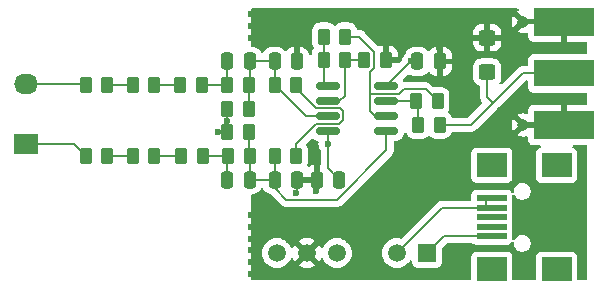
<source format=gbr>
%TF.GenerationSoftware,KiCad,Pcbnew,8.0.6*%
%TF.CreationDate,2025-02-18T13:58:57+01:00*%
%TF.ProjectId,DifferentialProbe,44696666-6572-4656-9e74-69616c50726f,rev?*%
%TF.SameCoordinates,Original*%
%TF.FileFunction,Copper,L1,Top*%
%TF.FilePolarity,Positive*%
%FSLAX46Y46*%
G04 Gerber Fmt 4.6, Leading zero omitted, Abs format (unit mm)*
G04 Created by KiCad (PCBNEW 8.0.6) date 2025-02-18 13:58:57*
%MOMM*%
%LPD*%
G01*
G04 APERTURE LIST*
G04 Aperture macros list*
%AMRoundRect*
0 Rectangle with rounded corners*
0 $1 Rounding radius*
0 $2 $3 $4 $5 $6 $7 $8 $9 X,Y pos of 4 corners*
0 Add a 4 corners polygon primitive as box body*
4,1,4,$2,$3,$4,$5,$6,$7,$8,$9,$2,$3,0*
0 Add four circle primitives for the rounded corners*
1,1,$1+$1,$2,$3*
1,1,$1+$1,$4,$5*
1,1,$1+$1,$6,$7*
1,1,$1+$1,$8,$9*
0 Add four rect primitives between the rounded corners*
20,1,$1+$1,$2,$3,$4,$5,0*
20,1,$1+$1,$4,$5,$6,$7,0*
20,1,$1+$1,$6,$7,$8,$9,0*
20,1,$1+$1,$8,$9,$2,$3,0*%
G04 Aperture macros list end*
%TA.AperFunction,SMDPad,CuDef*%
%ADD10RoundRect,0.250000X-0.262500X-0.450000X0.262500X-0.450000X0.262500X0.450000X-0.262500X0.450000X0*%
%TD*%
%TA.AperFunction,SMDPad,CuDef*%
%ADD11R,5.080000X2.290000*%
%TD*%
%TA.AperFunction,SMDPad,CuDef*%
%ADD12R,5.080000X2.420000*%
%TD*%
%TA.AperFunction,SMDPad,CuDef*%
%ADD13R,0.950000X0.460000*%
%TD*%
%TA.AperFunction,ComponentPad*%
%ADD14C,0.970000*%
%TD*%
%TA.AperFunction,SMDPad,CuDef*%
%ADD15R,2.500000X0.500000*%
%TD*%
%TA.AperFunction,SMDPad,CuDef*%
%ADD16R,2.500000X2.000000*%
%TD*%
%TA.AperFunction,SMDPad,CuDef*%
%ADD17RoundRect,0.250000X0.262500X0.450000X-0.262500X0.450000X-0.262500X-0.450000X0.262500X-0.450000X0*%
%TD*%
%TA.AperFunction,SMDPad,CuDef*%
%ADD18RoundRect,0.150000X-0.825000X-0.150000X0.825000X-0.150000X0.825000X0.150000X-0.825000X0.150000X0*%
%TD*%
%TA.AperFunction,SMDPad,CuDef*%
%ADD19RoundRect,0.250000X-0.250000X-0.475000X0.250000X-0.475000X0.250000X0.475000X-0.250000X0.475000X0*%
%TD*%
%TA.AperFunction,SMDPad,CuDef*%
%ADD20RoundRect,0.250000X0.450000X-0.400000X0.450000X0.400000X-0.450000X0.400000X-0.450000X-0.400000X0*%
%TD*%
%TA.AperFunction,ComponentPad*%
%ADD21R,2.030000X1.730000*%
%TD*%
%TA.AperFunction,ComponentPad*%
%ADD22O,2.030000X1.730000*%
%TD*%
%TA.AperFunction,SMDPad,CuDef*%
%ADD23RoundRect,0.250000X0.250000X0.475000X-0.250000X0.475000X-0.250000X-0.475000X0.250000X-0.475000X0*%
%TD*%
%TA.AperFunction,ComponentPad*%
%ADD24R,1.500000X1.500000*%
%TD*%
%TA.AperFunction,ComponentPad*%
%ADD25C,1.500000*%
%TD*%
%TA.AperFunction,ViaPad*%
%ADD26C,0.600000*%
%TD*%
%TA.AperFunction,Conductor*%
%ADD27C,0.200000*%
%TD*%
G04 APERTURE END LIST*
D10*
%TO.P,R13,1*%
%TO.N,Net-(U1A--)*%
X123600000Y-85865000D03*
%TO.P,R13,2*%
%TO.N,GND*%
X125425000Y-85865000D03*
%TD*%
D11*
%TO.P,J1,1,In*%
%TO.N,Net-(D1-A1)*%
X140500000Y-87000000D03*
D12*
%TO.P,J1,2,Ext*%
%TO.N,GND*%
X140500000Y-91380000D03*
X140500000Y-82620000D03*
D13*
X137510000Y-91380000D03*
X137510000Y-82620000D03*
D14*
X137060000Y-91380000D03*
X137060000Y-82620000D03*
%TD*%
D15*
%TO.P,J3,1,VBUS*%
%TO.N,Net-(J3-VBUS)*%
X134375000Y-100800000D03*
%TO.P,J3,2,D-*%
%TO.N,D_N*%
X134375000Y-100000000D03*
%TO.P,J3,3,D+*%
%TO.N,D_P*%
X134375000Y-99200000D03*
%TO.P,J3,4,GND*%
%TO.N,GNDD*%
X134375000Y-98400000D03*
%TO.P,J3,5,Shield*%
X134375000Y-97600000D03*
D16*
%TO.P,J3,6*%
%TO.N,N/C*%
X134375000Y-103600000D03*
X139875000Y-103600000D03*
X134375000Y-94800000D03*
X139875000Y-94800000D03*
%TD*%
D17*
%TO.P,R17,1*%
%TO.N,Net-(D1-A1)*%
X129975000Y-91365000D03*
%TO.P,R17,2*%
%TO.N,Net-(R15-Pad1)*%
X128150000Y-91365000D03*
%TD*%
D18*
%TO.P,U1,1*%
%TO.N,Net-(R14-Pad1)*%
X120525000Y-88095000D03*
%TO.P,U1,2,-*%
%TO.N,Net-(U1A--)*%
X120525000Y-89365000D03*
%TO.P,U1,3,+*%
%TO.N,Net-(U1A-+)*%
X120525000Y-90635000D03*
%TO.P,U1,4,V-*%
%TO.N,Net-(U1C-V-)*%
X120525000Y-91905000D03*
%TO.P,U1,5,+*%
%TO.N,Net-(U1B-+)*%
X125475000Y-91905000D03*
%TO.P,U1,6,-*%
%TO.N,Net-(U1B--)*%
X125475000Y-90635000D03*
%TO.P,U1,7*%
%TO.N,Net-(R15-Pad1)*%
X125475000Y-89365000D03*
%TO.P,U1,8,V+*%
%TO.N,Net-(U1C-V+)*%
X125475000Y-88095000D03*
%TD*%
D10*
%TO.P,R6,1*%
%TO.N,Net-(J2-Pin_1)*%
X100000000Y-94000000D03*
%TO.P,R6,2*%
%TO.N,Net-(R6-Pad2)*%
X101825000Y-94000000D03*
%TD*%
%TO.P,R4,1*%
%TO.N,Net-(C2-Pad1)*%
X112000000Y-88000000D03*
%TO.P,R4,2*%
%TO.N,Net-(U1A-+)*%
X113825000Y-88000000D03*
%TD*%
%TO.P,R10,1*%
%TO.N,GND*%
X112000000Y-92000000D03*
%TO.P,R10,2*%
%TO.N,Net-(U1B-+)*%
X113825000Y-92000000D03*
%TD*%
%TO.P,R8,1*%
%TO.N,Net-(R7-Pad2)*%
X108087500Y-94000000D03*
%TO.P,R8,2*%
%TO.N,Net-(C1-Pad1)*%
X109912500Y-94000000D03*
%TD*%
D19*
%TO.P,C4,1*%
%TO.N,Net-(U1B-+)*%
X116000000Y-96000000D03*
%TO.P,C4,2*%
%TO.N,GND*%
X117900000Y-96000000D03*
%TD*%
D10*
%TO.P,R5,1*%
%TO.N,GND*%
X112000000Y-90000000D03*
%TO.P,R5,2*%
%TO.N,Net-(U1A-+)*%
X113825000Y-90000000D03*
%TD*%
%TO.P,R15,1*%
%TO.N,Net-(R15-Pad1)*%
X127975000Y-89365000D03*
%TO.P,R15,2*%
%TO.N,Net-(U1B--)*%
X129800000Y-89365000D03*
%TD*%
%TO.P,R7,1*%
%TO.N,Net-(R6-Pad2)*%
X104000000Y-94000000D03*
%TO.P,R7,2*%
%TO.N,Net-(R7-Pad2)*%
X105825000Y-94000000D03*
%TD*%
D20*
%TO.P,D1,1,A1*%
%TO.N,Net-(D1-A1)*%
X134000000Y-86900000D03*
%TO.P,D1,2,A2*%
%TO.N,GND*%
X134000000Y-84000000D03*
%TD*%
D17*
%TO.P,R11,1*%
%TO.N,Net-(R11-Pad1)*%
X117825000Y-88000000D03*
%TO.P,R11,2*%
%TO.N,Net-(U1A-+)*%
X116000000Y-88000000D03*
%TD*%
D10*
%TO.P,R14,1*%
%TO.N,Net-(R14-Pad1)*%
X120150000Y-85865000D03*
%TO.P,R14,2*%
%TO.N,Net-(U1A--)*%
X121975000Y-85865000D03*
%TD*%
D19*
%TO.P,C1,1*%
%TO.N,Net-(C1-Pad1)*%
X112000000Y-96000000D03*
%TO.P,C1,2*%
%TO.N,Net-(U1B-+)*%
X113900000Y-96000000D03*
%TD*%
%TO.P,C10,1*%
%TO.N,GND*%
X119600000Y-96000000D03*
%TO.P,C10,2*%
%TO.N,Net-(U1C-V-)*%
X121500000Y-96000000D03*
%TD*%
%TO.P,C9,1*%
%TO.N,Net-(U1C-V+)*%
X128100000Y-86000000D03*
%TO.P,C9,2*%
%TO.N,GND*%
X130000000Y-86000000D03*
%TD*%
D10*
%TO.P,R2,1*%
%TO.N,Net-(R1-Pad2)*%
X104000000Y-87975000D03*
%TO.P,R2,2*%
%TO.N,Net-(R2-Pad2)*%
X105825000Y-87975000D03*
%TD*%
D19*
%TO.P,C2,1*%
%TO.N,Net-(C2-Pad1)*%
X112000000Y-86000000D03*
%TO.P,C2,2*%
%TO.N,Net-(U1A-+)*%
X113900000Y-86000000D03*
%TD*%
D10*
%TO.P,R12,1*%
%TO.N,Net-(U1B-+)*%
X116000000Y-94000000D03*
%TO.P,R12,2*%
%TO.N,Net-(R11-Pad1)*%
X117825000Y-94000000D03*
%TD*%
%TO.P,R3,1*%
%TO.N,Net-(R2-Pad2)*%
X108000000Y-88000000D03*
%TO.P,R3,2*%
%TO.N,Net-(C2-Pad1)*%
X109825000Y-88000000D03*
%TD*%
D21*
%TO.P,J2,1,Pin_1*%
%TO.N,Net-(J2-Pin_1)*%
X95000000Y-93000000D03*
D22*
%TO.P,J2,3,Pin_3*%
%TO.N,Net-(J2-Pin_3)*%
X95000000Y-87920000D03*
%TD*%
D10*
%TO.P,R9,1*%
%TO.N,Net-(C1-Pad1)*%
X112087500Y-94000000D03*
%TO.P,R9,2*%
%TO.N,Net-(U1B-+)*%
X113912500Y-94000000D03*
%TD*%
%TO.P,R16,1*%
%TO.N,Net-(R14-Pad1)*%
X120175000Y-83900000D03*
%TO.P,R16,2*%
%TO.N,Net-(U1B--)*%
X122000000Y-83900000D03*
%TD*%
D23*
%TO.P,C3,1*%
%TO.N,GND*%
X117900000Y-86000000D03*
%TO.P,C3,2*%
%TO.N,Net-(U1A-+)*%
X116000000Y-86000000D03*
%TD*%
D10*
%TO.P,R1,1*%
%TO.N,Net-(J2-Pin_3)*%
X100000000Y-88000000D03*
%TO.P,R1,2*%
%TO.N,Net-(R1-Pad2)*%
X101825000Y-88000000D03*
%TD*%
D24*
%TO.P,U2,1,+Vin*%
%TO.N,Net-(J3-VBUS)*%
X128907500Y-102215000D03*
D25*
%TO.P,U2,2,-Vin*%
%TO.N,GNDD*%
X126367500Y-102215000D03*
%TO.P,U2,4,-Vout*%
%TO.N,Net-(U2--Vout)*%
X121287500Y-102215000D03*
%TO.P,U2,5,Com*%
%TO.N,GND*%
X118747500Y-102215000D03*
%TO.P,U2,6,+Vout*%
%TO.N,Net-(U2-+Vout)*%
X116207500Y-102215000D03*
%TD*%
D26*
%TO.N,GND*%
X115000000Y-82000000D03*
X136000000Y-90000000D03*
X114000000Y-84000000D03*
X132000000Y-97000000D03*
X114000000Y-101000000D03*
X121000000Y-82000000D03*
X122000000Y-82000000D03*
X118000000Y-82000000D03*
X135000000Y-82000000D03*
X132000000Y-82000000D03*
X116000000Y-82000000D03*
X114000000Y-83000000D03*
X129900000Y-84800000D03*
X125000000Y-82000000D03*
X124000000Y-104000000D03*
X136000000Y-86000000D03*
X132000000Y-89000000D03*
X114000000Y-103000000D03*
X127000000Y-82000000D03*
X119000000Y-82000000D03*
X132000000Y-93000000D03*
X114000000Y-99000000D03*
X134000000Y-92000000D03*
X125000000Y-104000000D03*
X125400000Y-84700000D03*
X124000000Y-82000000D03*
X116000000Y-104000000D03*
X132000000Y-86000000D03*
X117000000Y-104000000D03*
X134000000Y-83000000D03*
X132000000Y-87000000D03*
X120000000Y-104000000D03*
X129000000Y-82000000D03*
X115000000Y-104000000D03*
X137000000Y-89000000D03*
X114000000Y-102000000D03*
X119000000Y-104000000D03*
X118000000Y-104000000D03*
X117000000Y-82000000D03*
X132000000Y-88000000D03*
X132000000Y-90000000D03*
X130000000Y-82000000D03*
X117800000Y-97100000D03*
X131000000Y-82000000D03*
X132000000Y-96000000D03*
X134000000Y-82000000D03*
X126000000Y-82000000D03*
X128000000Y-82000000D03*
X122000000Y-104000000D03*
X123000000Y-82000000D03*
X133000000Y-82000000D03*
X119500000Y-97000000D03*
X112000000Y-91000000D03*
X120000000Y-82000000D03*
X114000000Y-104000000D03*
X111200000Y-92000000D03*
X121000000Y-104000000D03*
X137000000Y-85000000D03*
X114000000Y-82000000D03*
X135000000Y-91000000D03*
X114000000Y-100000000D03*
X132000000Y-94000000D03*
X117900000Y-84900000D03*
X132000000Y-95000000D03*
X123000000Y-104000000D03*
%TO.N,Net-(U1C-V+)*%
X127570000Y-86000000D03*
%TO.N,Net-(U1C-V-)*%
X120525771Y-92975000D03*
%TD*%
D27*
%TO.N,Net-(C1-Pad1)*%
X112000000Y-96000000D02*
X112000000Y-94087500D01*
X109912500Y-94000000D02*
X112087500Y-94000000D01*
X112000000Y-94087500D02*
X112087500Y-94000000D01*
%TO.N,Net-(U1B-+)*%
X116975000Y-97700000D02*
X116000000Y-96725000D01*
X125475000Y-91905000D02*
X125475000Y-93534744D01*
X116000000Y-96725000D02*
X116000000Y-96000000D01*
X116000000Y-94000000D02*
X116000000Y-96000000D01*
X113825000Y-92000000D02*
X113825000Y-93912500D01*
X125475000Y-93534744D02*
X121309744Y-97700000D01*
X113900000Y-94012500D02*
X113912500Y-94000000D01*
X121309744Y-97700000D02*
X116975000Y-97700000D01*
X113825000Y-93912500D02*
X113912500Y-94000000D01*
X113900000Y-96000000D02*
X113900000Y-94012500D01*
X116000000Y-96000000D02*
X113900000Y-96000000D01*
%TO.N,Net-(C2-Pad1)*%
X112000000Y-88000000D02*
X112000000Y-86000000D01*
X112000000Y-88000000D02*
X109825000Y-88000000D01*
%TO.N,Net-(U1A-+)*%
X116000000Y-86000000D02*
X113900000Y-86000000D01*
X113900000Y-87925000D02*
X113825000Y-88000000D01*
X113825000Y-88000000D02*
X113825000Y-90000000D01*
X113900000Y-86000000D02*
X113900000Y-87925000D01*
X116000000Y-88000000D02*
X116000000Y-86000000D01*
X120525000Y-90635000D02*
X118635000Y-90635000D01*
X118635000Y-90635000D02*
X116000000Y-88000000D01*
%TO.N,GND*%
X125425000Y-85865000D02*
X125425000Y-84725000D01*
X112000000Y-92000000D02*
X112000000Y-91000000D01*
X112000000Y-92000000D02*
X111200000Y-92000000D01*
X112000000Y-91000000D02*
X112000000Y-90000000D01*
X130000000Y-84900000D02*
X129900000Y-84800000D01*
X117900000Y-86000000D02*
X117900000Y-84900000D01*
X134000000Y-84000000D02*
X134000000Y-83000000D01*
X125425000Y-84725000D02*
X125400000Y-84700000D01*
X117900000Y-96000000D02*
X117900000Y-97000000D01*
X130000000Y-86000000D02*
X130000000Y-84900000D01*
X117900000Y-97000000D02*
X117800000Y-97100000D01*
X119600000Y-96000000D02*
X119600000Y-96900000D01*
X119600000Y-96900000D02*
X119500000Y-97000000D01*
%TO.N,Net-(U1C-V+)*%
X125475000Y-88095000D02*
X127570000Y-86000000D01*
X128100000Y-86000000D02*
X127570000Y-86000000D01*
%TO.N,Net-(U1C-V-)*%
X120525000Y-92974229D02*
X120525771Y-92975000D01*
X120525000Y-91905000D02*
X120525000Y-92974229D01*
X120525000Y-95025000D02*
X121500000Y-96000000D01*
X120525000Y-91905000D02*
X120525000Y-95025000D01*
%TO.N,Net-(D1-A1)*%
X134000000Y-89000000D02*
X134500000Y-89500000D01*
X129975000Y-91365000D02*
X132635000Y-91365000D01*
X134000000Y-86900000D02*
X134000000Y-89000000D01*
X134500000Y-89500000D02*
X137000000Y-87000000D01*
X137000000Y-87000000D02*
X140500000Y-87000000D01*
X132635000Y-91365000D02*
X134500000Y-89500000D01*
%TO.N,Net-(J2-Pin_1)*%
X99000000Y-93000000D02*
X100000000Y-94000000D01*
X95000000Y-93000000D02*
X99000000Y-93000000D01*
%TO.N,Net-(J2-Pin_3)*%
X95000000Y-87920000D02*
X99920000Y-87920000D01*
X99920000Y-87920000D02*
X100000000Y-88000000D01*
%TO.N,GNDD*%
X133900000Y-97600000D02*
X133900000Y-98400000D01*
X130182500Y-98400000D02*
X133900000Y-98400000D01*
X126367500Y-102215000D02*
X130182500Y-98400000D01*
%TO.N,Net-(J3-VBUS)*%
X133900000Y-100800000D02*
X130322500Y-100800000D01*
X130322500Y-100800000D02*
X128907500Y-102215000D01*
%TO.N,Net-(R1-Pad2)*%
X104000000Y-87975000D02*
X101850000Y-87975000D01*
X101850000Y-87975000D02*
X101825000Y-88000000D01*
%TO.N,Net-(R2-Pad2)*%
X105850000Y-88000000D02*
X105825000Y-87975000D01*
X108000000Y-88000000D02*
X105850000Y-88000000D01*
%TO.N,Net-(R6-Pad2)*%
X101825000Y-94000000D02*
X104000000Y-94000000D01*
%TO.N,Net-(R7-Pad2)*%
X105825000Y-94000000D02*
X108087500Y-94000000D01*
%TO.N,Net-(R11-Pad1)*%
X121800000Y-90975552D02*
X121800000Y-90224448D01*
X121540552Y-89965000D02*
X119509448Y-89965000D01*
X117825000Y-88280552D02*
X117825000Y-88000000D01*
X117825000Y-94000000D02*
X117825000Y-92989448D01*
X121800000Y-90224448D02*
X121540552Y-89965000D01*
X119514448Y-91300000D02*
X121475552Y-91300000D01*
X121475552Y-91300000D02*
X121800000Y-90975552D01*
X117825000Y-92989448D02*
X119514448Y-91300000D01*
X119509448Y-89965000D02*
X117825000Y-88280552D01*
%TO.N,Net-(U1A--)*%
X121499999Y-89365000D02*
X121975000Y-88889999D01*
X121975000Y-88889999D02*
X121975000Y-85865000D01*
X123600000Y-85865000D02*
X121975000Y-85865000D01*
X120525000Y-89365000D02*
X121499999Y-89365000D01*
%TO.N,Net-(R14-Pad1)*%
X120150000Y-85865000D02*
X120150000Y-83925000D01*
X120150000Y-87720000D02*
X120150000Y-85865000D01*
X120150000Y-83925000D02*
X120175000Y-83900000D01*
X120525000Y-88095000D02*
X120150000Y-87720000D01*
%TO.N,Net-(R15-Pad1)*%
X128150000Y-91365000D02*
X128150000Y-89540000D01*
X127975000Y-89365000D02*
X125475000Y-89365000D01*
X128150000Y-89540000D02*
X127975000Y-89365000D01*
%TO.N,Net-(U1B--)*%
X128800000Y-88365000D02*
X126935000Y-88365000D01*
X124132244Y-88765000D02*
X124097244Y-88800000D01*
X125475000Y-90635000D02*
X124500001Y-90635000D01*
X129800000Y-89365000D02*
X128800000Y-88365000D01*
X124097244Y-86865000D02*
X124412500Y-86549744D01*
X124097244Y-90232243D02*
X124097244Y-88800000D01*
X126535000Y-88765000D02*
X124132244Y-88765000D01*
X124412500Y-85180256D02*
X123132244Y-83900000D01*
X124097244Y-88800000D02*
X124097244Y-86865000D01*
X124500001Y-90635000D02*
X124097244Y-90232243D01*
X124412500Y-86549744D02*
X124412500Y-85180256D01*
X123132244Y-83900000D02*
X122000000Y-83900000D01*
X126935000Y-88365000D02*
X126535000Y-88765000D01*
%TD*%
%TA.AperFunction,Conductor*%
%TO.N,GND*%
G36*
X137402540Y-87620185D02*
G01*
X137448295Y-87672989D01*
X137459501Y-87724500D01*
X137459501Y-88192876D01*
X137465908Y-88252483D01*
X137516202Y-88387328D01*
X137516206Y-88387335D01*
X137602452Y-88502544D01*
X137602455Y-88502547D01*
X137717664Y-88588793D01*
X137717671Y-88588797D01*
X137852517Y-88639091D01*
X137852516Y-88639091D01*
X137859444Y-88639835D01*
X137912127Y-88645500D01*
X142375500Y-88645499D01*
X142442539Y-88665184D01*
X142488294Y-88717988D01*
X142499500Y-88769499D01*
X142499500Y-89546000D01*
X142479815Y-89613039D01*
X142427011Y-89658794D01*
X142375500Y-89670000D01*
X140750000Y-89670000D01*
X140750000Y-91506000D01*
X140730315Y-91573039D01*
X140677511Y-91618794D01*
X140626000Y-91630000D01*
X137488362Y-91630000D01*
X137421323Y-91610315D01*
X137420932Y-91610000D01*
X137404000Y-91610000D01*
X137336961Y-91590315D01*
X137291206Y-91537511D01*
X137286587Y-91516281D01*
X137279999Y-91513552D01*
X136562559Y-92230992D01*
X136681230Y-92294423D01*
X136866907Y-92350748D01*
X137060000Y-92369765D01*
X137253095Y-92350747D01*
X137300004Y-92336518D01*
X137369871Y-92335894D01*
X137428984Y-92373141D01*
X137458575Y-92436435D01*
X137460000Y-92455178D01*
X137460000Y-92637844D01*
X137466401Y-92697372D01*
X137466403Y-92697379D01*
X137516645Y-92832086D01*
X137516649Y-92832093D01*
X137602809Y-92947187D01*
X137602812Y-92947190D01*
X137717906Y-93033350D01*
X137717913Y-93033354D01*
X137852620Y-93083596D01*
X137852627Y-93083598D01*
X137912155Y-93089999D01*
X137912172Y-93090000D01*
X138409104Y-93090000D01*
X138476143Y-93109685D01*
X138521898Y-93162489D01*
X138531842Y-93231647D01*
X138502817Y-93295203D01*
X138452437Y-93330182D01*
X138382671Y-93356202D01*
X138382664Y-93356206D01*
X138267455Y-93442452D01*
X138267452Y-93442455D01*
X138181206Y-93557664D01*
X138181202Y-93557671D01*
X138130908Y-93692517D01*
X138124501Y-93752116D01*
X138124501Y-93752123D01*
X138124500Y-93752135D01*
X138124500Y-95847870D01*
X138124501Y-95847876D01*
X138130908Y-95907483D01*
X138181202Y-96042328D01*
X138181206Y-96042335D01*
X138267452Y-96157544D01*
X138267455Y-96157547D01*
X138382664Y-96243793D01*
X138382671Y-96243797D01*
X138517517Y-96294091D01*
X138517516Y-96294091D01*
X138524444Y-96294835D01*
X138577127Y-96300500D01*
X141172872Y-96300499D01*
X141232483Y-96294091D01*
X141367331Y-96243796D01*
X141482546Y-96157546D01*
X141568796Y-96042331D01*
X141619091Y-95907483D01*
X141625500Y-95847873D01*
X141625499Y-93752128D01*
X141619091Y-93692517D01*
X141569060Y-93558378D01*
X141568797Y-93557671D01*
X141568793Y-93557664D01*
X141482547Y-93442455D01*
X141482544Y-93442452D01*
X141367335Y-93356206D01*
X141367328Y-93356202D01*
X141297563Y-93330182D01*
X141241629Y-93288311D01*
X141217212Y-93222847D01*
X141232063Y-93154574D01*
X141281468Y-93105168D01*
X141340896Y-93090000D01*
X142375500Y-93090000D01*
X142442539Y-93109685D01*
X142488294Y-93162489D01*
X142499500Y-93214000D01*
X142499500Y-104375500D01*
X142479815Y-104442539D01*
X142427011Y-104488294D01*
X142375500Y-104499500D01*
X141749500Y-104499500D01*
X141682461Y-104479815D01*
X141636706Y-104427011D01*
X141625500Y-104375500D01*
X141625499Y-102552129D01*
X141625498Y-102552123D01*
X141625497Y-102552116D01*
X141619091Y-102492517D01*
X141596883Y-102432975D01*
X141568797Y-102357671D01*
X141568793Y-102357664D01*
X141482547Y-102242455D01*
X141482544Y-102242452D01*
X141367335Y-102156206D01*
X141367328Y-102156202D01*
X141232482Y-102105908D01*
X141232483Y-102105908D01*
X141172883Y-102099501D01*
X141172881Y-102099500D01*
X141172873Y-102099500D01*
X141172864Y-102099500D01*
X138577129Y-102099500D01*
X138577123Y-102099501D01*
X138517516Y-102105908D01*
X138382671Y-102156202D01*
X138382664Y-102156206D01*
X138267455Y-102242452D01*
X138267452Y-102242455D01*
X138181206Y-102357664D01*
X138181202Y-102357671D01*
X138130908Y-102492517D01*
X138127738Y-102522007D01*
X138124500Y-102552127D01*
X138124500Y-103470277D01*
X138124501Y-104375500D01*
X138104816Y-104442539D01*
X138052013Y-104488294D01*
X138000501Y-104499500D01*
X136249500Y-104499500D01*
X136182461Y-104479815D01*
X136136706Y-104427011D01*
X136125500Y-104375500D01*
X136125499Y-102552129D01*
X136125498Y-102552123D01*
X136125497Y-102552116D01*
X136119091Y-102492517D01*
X136096883Y-102432975D01*
X136068797Y-102357671D01*
X136068793Y-102357664D01*
X135982547Y-102242455D01*
X135982544Y-102242452D01*
X135867335Y-102156206D01*
X135867328Y-102156202D01*
X135732482Y-102105908D01*
X135732483Y-102105908D01*
X135672883Y-102099501D01*
X135672881Y-102099500D01*
X135672873Y-102099500D01*
X135672864Y-102099500D01*
X133077129Y-102099500D01*
X133077123Y-102099501D01*
X133017516Y-102105908D01*
X132882671Y-102156202D01*
X132882664Y-102156206D01*
X132767455Y-102242452D01*
X132767452Y-102242455D01*
X132681206Y-102357664D01*
X132681202Y-102357671D01*
X132630908Y-102492517D01*
X132627738Y-102522007D01*
X132624500Y-102552127D01*
X132624500Y-103470277D01*
X132624501Y-104375500D01*
X132604816Y-104442539D01*
X132552013Y-104488294D01*
X132500501Y-104499500D01*
X114124000Y-104499500D01*
X114056961Y-104479815D01*
X114011206Y-104427011D01*
X114000000Y-104375500D01*
X114000000Y-102214997D01*
X114952223Y-102214997D01*
X114952223Y-102215002D01*
X114971293Y-102432975D01*
X114971293Y-102432979D01*
X115027922Y-102644322D01*
X115027924Y-102644326D01*
X115027925Y-102644330D01*
X115044990Y-102680925D01*
X115120397Y-102842638D01*
X115145498Y-102878486D01*
X115245902Y-103021877D01*
X115400623Y-103176598D01*
X115579861Y-103302102D01*
X115778170Y-103394575D01*
X115989523Y-103451207D01*
X116172426Y-103467208D01*
X116207498Y-103470277D01*
X116207500Y-103470277D01*
X116207502Y-103470277D01*
X116235754Y-103467805D01*
X116425477Y-103451207D01*
X116636830Y-103394575D01*
X116835139Y-103302102D01*
X117014377Y-103176598D01*
X117169098Y-103021877D01*
X117294602Y-102842639D01*
X117365395Y-102690822D01*
X117411566Y-102638385D01*
X117478760Y-102619233D01*
X117545641Y-102639449D01*
X117590158Y-102690824D01*
X117660833Y-102842387D01*
X117704374Y-102904571D01*
X118264537Y-102344408D01*
X118281575Y-102407993D01*
X118347401Y-102522007D01*
X118440493Y-102615099D01*
X118554507Y-102680925D01*
X118618090Y-102697962D01*
X118057927Y-103258124D01*
X118120112Y-103301666D01*
X118318340Y-103394101D01*
X118318349Y-103394105D01*
X118529605Y-103450710D01*
X118529615Y-103450712D01*
X118747499Y-103469775D01*
X118747501Y-103469775D01*
X118965384Y-103450712D01*
X118965394Y-103450710D01*
X119176650Y-103394105D01*
X119176664Y-103394100D01*
X119374883Y-103301669D01*
X119374885Y-103301668D01*
X119437071Y-103258124D01*
X118876910Y-102697962D01*
X118940493Y-102680925D01*
X119054507Y-102615099D01*
X119147599Y-102522007D01*
X119213425Y-102407993D01*
X119230462Y-102344409D01*
X119790624Y-102904570D01*
X119834166Y-102842388D01*
X119904840Y-102690825D01*
X119951012Y-102638386D01*
X120018206Y-102619233D01*
X120085087Y-102639448D01*
X120129605Y-102690824D01*
X120200397Y-102842638D01*
X120225498Y-102878486D01*
X120325902Y-103021877D01*
X120480623Y-103176598D01*
X120659861Y-103302102D01*
X120858170Y-103394575D01*
X121069523Y-103451207D01*
X121252426Y-103467208D01*
X121287498Y-103470277D01*
X121287500Y-103470277D01*
X121287502Y-103470277D01*
X121315754Y-103467805D01*
X121505477Y-103451207D01*
X121716830Y-103394575D01*
X121915139Y-103302102D01*
X122094377Y-103176598D01*
X122249098Y-103021877D01*
X122374602Y-102842639D01*
X122467075Y-102644330D01*
X122523707Y-102432977D01*
X122542777Y-102215000D01*
X122542777Y-102214997D01*
X125112223Y-102214997D01*
X125112223Y-102215002D01*
X125131293Y-102432975D01*
X125131293Y-102432979D01*
X125187922Y-102644322D01*
X125187924Y-102644326D01*
X125187925Y-102644330D01*
X125204990Y-102680925D01*
X125280397Y-102842638D01*
X125305498Y-102878486D01*
X125405902Y-103021877D01*
X125560623Y-103176598D01*
X125739861Y-103302102D01*
X125938170Y-103394575D01*
X126149523Y-103451207D01*
X126332426Y-103467208D01*
X126367498Y-103470277D01*
X126367500Y-103470277D01*
X126367502Y-103470277D01*
X126395754Y-103467805D01*
X126585477Y-103451207D01*
X126796830Y-103394575D01*
X126995139Y-103302102D01*
X127174377Y-103176598D01*
X127329098Y-103021877D01*
X127431428Y-102875734D01*
X127486002Y-102832112D01*
X127555500Y-102824918D01*
X127617855Y-102856441D01*
X127653269Y-102916670D01*
X127657000Y-102946858D01*
X127657000Y-103012869D01*
X127657001Y-103012876D01*
X127663408Y-103072483D01*
X127713702Y-103207328D01*
X127713706Y-103207335D01*
X127799952Y-103322544D01*
X127799955Y-103322547D01*
X127915164Y-103408793D01*
X127915171Y-103408797D01*
X128050017Y-103459091D01*
X128050016Y-103459091D01*
X128056944Y-103459835D01*
X128109627Y-103465500D01*
X129705372Y-103465499D01*
X129764983Y-103459091D01*
X129899831Y-103408796D01*
X130015046Y-103322546D01*
X130101296Y-103207331D01*
X130151591Y-103072483D01*
X130158000Y-103012873D01*
X130157999Y-101865096D01*
X130177684Y-101798058D01*
X130194318Y-101777416D01*
X130534916Y-101436819D01*
X130596239Y-101403334D01*
X130622597Y-101400500D01*
X132716769Y-101400500D01*
X132783808Y-101420185D01*
X132791080Y-101425233D01*
X132882668Y-101493795D01*
X132882671Y-101493797D01*
X133017517Y-101544091D01*
X133017516Y-101544091D01*
X133024444Y-101544835D01*
X133077127Y-101550500D01*
X135672872Y-101550499D01*
X135732483Y-101544091D01*
X135867331Y-101493796D01*
X135982546Y-101407546D01*
X136051234Y-101315789D01*
X136107167Y-101273920D01*
X136176859Y-101268936D01*
X136238182Y-101302421D01*
X136271666Y-101363745D01*
X136274500Y-101390102D01*
X136274500Y-101468993D01*
X136274500Y-101468995D01*
X136274499Y-101468995D01*
X136301418Y-101604322D01*
X136301421Y-101604332D01*
X136354221Y-101731804D01*
X136354228Y-101731817D01*
X136430885Y-101846541D01*
X136430888Y-101846545D01*
X136528454Y-101944111D01*
X136528458Y-101944114D01*
X136643182Y-102020771D01*
X136643195Y-102020778D01*
X136770667Y-102073578D01*
X136770672Y-102073580D01*
X136770676Y-102073580D01*
X136770677Y-102073581D01*
X136906004Y-102100500D01*
X136906007Y-102100500D01*
X137043995Y-102100500D01*
X137135041Y-102082389D01*
X137179328Y-102073580D01*
X137306811Y-102020775D01*
X137421542Y-101944114D01*
X137519114Y-101846542D01*
X137595775Y-101731811D01*
X137648580Y-101604328D01*
X137664274Y-101525428D01*
X137675500Y-101468995D01*
X137675500Y-101331004D01*
X137648581Y-101195677D01*
X137648580Y-101195676D01*
X137648580Y-101195672D01*
X137632762Y-101157483D01*
X137595778Y-101068195D01*
X137595771Y-101068182D01*
X137519114Y-100953458D01*
X137519111Y-100953454D01*
X137421545Y-100855888D01*
X137421541Y-100855885D01*
X137306817Y-100779228D01*
X137306804Y-100779221D01*
X137179332Y-100726421D01*
X137179322Y-100726418D01*
X137043995Y-100699500D01*
X137043993Y-100699500D01*
X136906007Y-100699500D01*
X136906005Y-100699500D01*
X136770677Y-100726418D01*
X136770667Y-100726421D01*
X136643195Y-100779221D01*
X136643182Y-100779228D01*
X136528458Y-100855885D01*
X136528454Y-100855888D01*
X136430888Y-100953454D01*
X136352601Y-101070618D01*
X136298988Y-101115422D01*
X136229663Y-101124129D01*
X136166636Y-101093974D01*
X136129917Y-101034531D01*
X136125499Y-101001732D01*
X136125499Y-100502128D01*
X136119091Y-100442517D01*
X136119090Y-100442515D01*
X136119090Y-100442512D01*
X136117308Y-100434969D01*
X136118773Y-100434622D01*
X136114409Y-100373651D01*
X136118819Y-100358633D01*
X136119089Y-100357488D01*
X136119088Y-100357488D01*
X136119091Y-100357483D01*
X136125500Y-100297873D01*
X136125499Y-99702128D01*
X136119091Y-99642517D01*
X136119090Y-99642515D01*
X136119090Y-99642512D01*
X136117308Y-99634969D01*
X136118773Y-99634622D01*
X136114409Y-99573651D01*
X136118819Y-99558633D01*
X136119089Y-99557488D01*
X136119088Y-99557488D01*
X136119091Y-99557483D01*
X136125500Y-99497873D01*
X136125499Y-98902128D01*
X136119091Y-98842517D01*
X136119090Y-98842515D01*
X136119090Y-98842512D01*
X136117308Y-98834969D01*
X136118773Y-98834622D01*
X136114409Y-98773651D01*
X136118819Y-98758633D01*
X136119089Y-98757488D01*
X136119088Y-98757488D01*
X136119091Y-98757483D01*
X136125500Y-98697873D01*
X136125499Y-98102128D01*
X136119091Y-98042517D01*
X136119090Y-98042515D01*
X136119090Y-98042512D01*
X136117308Y-98034969D01*
X136118773Y-98034622D01*
X136114409Y-97973651D01*
X136118819Y-97958633D01*
X136119089Y-97957488D01*
X136119088Y-97957488D01*
X136119091Y-97957483D01*
X136125500Y-97897873D01*
X136125499Y-97398271D01*
X136145183Y-97331233D01*
X136197987Y-97285478D01*
X136267146Y-97275534D01*
X136330702Y-97304559D01*
X136352601Y-97329381D01*
X136430885Y-97446541D01*
X136430888Y-97446545D01*
X136528454Y-97544111D01*
X136528458Y-97544114D01*
X136643182Y-97620771D01*
X136643195Y-97620778D01*
X136770667Y-97673578D01*
X136770672Y-97673580D01*
X136770676Y-97673580D01*
X136770677Y-97673581D01*
X136906004Y-97700500D01*
X136906007Y-97700500D01*
X137043995Y-97700500D01*
X137135041Y-97682389D01*
X137179328Y-97673580D01*
X137306811Y-97620775D01*
X137421542Y-97544114D01*
X137519114Y-97446542D01*
X137595775Y-97331811D01*
X137596015Y-97331233D01*
X137629186Y-97251149D01*
X137648580Y-97204328D01*
X137664819Y-97122691D01*
X137675500Y-97068995D01*
X137675500Y-96931004D01*
X137648581Y-96795677D01*
X137648580Y-96795676D01*
X137648580Y-96795672D01*
X137645537Y-96788325D01*
X137595778Y-96668195D01*
X137595771Y-96668182D01*
X137519114Y-96553458D01*
X137519111Y-96553454D01*
X137421545Y-96455888D01*
X137421541Y-96455885D01*
X137306817Y-96379228D01*
X137306804Y-96379221D01*
X137179332Y-96326421D01*
X137179322Y-96326418D01*
X137043995Y-96299500D01*
X137043993Y-96299500D01*
X136906007Y-96299500D01*
X136906005Y-96299500D01*
X136770677Y-96326418D01*
X136770667Y-96326421D01*
X136643195Y-96379221D01*
X136643182Y-96379228D01*
X136528458Y-96455885D01*
X136528454Y-96455888D01*
X136430888Y-96553454D01*
X136430885Y-96553458D01*
X136354228Y-96668182D01*
X136354221Y-96668195D01*
X136301421Y-96795667D01*
X136301418Y-96795677D01*
X136274500Y-96931004D01*
X136274500Y-97009897D01*
X136254815Y-97076936D01*
X136202011Y-97122691D01*
X136132853Y-97132635D01*
X136069297Y-97103610D01*
X136051234Y-97084208D01*
X135982547Y-96992455D01*
X135982544Y-96992452D01*
X135867335Y-96906206D01*
X135867328Y-96906202D01*
X135732482Y-96855908D01*
X135732483Y-96855908D01*
X135672883Y-96849501D01*
X135672881Y-96849500D01*
X135672873Y-96849500D01*
X135672864Y-96849500D01*
X133077129Y-96849500D01*
X133077123Y-96849501D01*
X133017516Y-96855908D01*
X132882671Y-96906202D01*
X132882664Y-96906206D01*
X132767455Y-96992452D01*
X132767452Y-96992455D01*
X132681206Y-97107664D01*
X132681202Y-97107671D01*
X132631151Y-97241867D01*
X132630909Y-97242517D01*
X132624500Y-97302127D01*
X132624500Y-97544114D01*
X132624501Y-97675500D01*
X132604817Y-97742539D01*
X132552013Y-97788294D01*
X132500501Y-97799500D01*
X130269170Y-97799500D01*
X130269154Y-97799499D01*
X130261558Y-97799499D01*
X130103443Y-97799499D01*
X130027079Y-97819961D01*
X129950714Y-97840423D01*
X129950709Y-97840426D01*
X129813790Y-97919475D01*
X129813782Y-97919481D01*
X126769380Y-100963882D01*
X126708057Y-100997367D01*
X126649606Y-100995976D01*
X126585477Y-100978793D01*
X126367502Y-100959723D01*
X126367498Y-100959723D01*
X126222182Y-100972436D01*
X126149523Y-100978793D01*
X126149520Y-100978793D01*
X125938177Y-101035422D01*
X125938168Y-101035426D01*
X125739861Y-101127898D01*
X125739857Y-101127900D01*
X125560621Y-101253402D01*
X125405902Y-101408121D01*
X125280400Y-101587357D01*
X125280398Y-101587361D01*
X125187926Y-101785668D01*
X125187922Y-101785677D01*
X125131293Y-101997020D01*
X125131293Y-101997024D01*
X125112223Y-102214997D01*
X122542777Y-102214997D01*
X122523707Y-101997023D01*
X122483385Y-101846541D01*
X122467077Y-101785677D01*
X122467076Y-101785676D01*
X122467075Y-101785670D01*
X122374602Y-101587362D01*
X122374599Y-101587358D01*
X122374599Y-101587357D01*
X122249099Y-101408124D01*
X122171979Y-101331004D01*
X122094377Y-101253402D01*
X121956478Y-101156844D01*
X121915138Y-101127897D01*
X121815984Y-101081661D01*
X121716830Y-101035425D01*
X121716826Y-101035424D01*
X121716822Y-101035422D01*
X121505477Y-100978793D01*
X121287502Y-100959723D01*
X121287498Y-100959723D01*
X121142182Y-100972436D01*
X121069523Y-100978793D01*
X121069520Y-100978793D01*
X120858177Y-101035422D01*
X120858168Y-101035426D01*
X120659861Y-101127898D01*
X120659857Y-101127900D01*
X120480621Y-101253402D01*
X120325902Y-101408121D01*
X120200400Y-101587357D01*
X120200400Y-101587358D01*
X120200398Y-101587361D01*
X120200398Y-101587362D01*
X120192489Y-101604322D01*
X120129605Y-101739176D01*
X120083432Y-101791615D01*
X120016238Y-101810766D01*
X119949357Y-101790550D01*
X119904841Y-101739175D01*
X119834167Y-101587614D01*
X119834166Y-101587612D01*
X119790624Y-101525428D01*
X119790624Y-101525427D01*
X119230462Y-102085589D01*
X119213425Y-102022007D01*
X119147599Y-101907993D01*
X119054507Y-101814901D01*
X118940493Y-101749075D01*
X118876909Y-101732037D01*
X119437071Y-101171874D01*
X119374887Y-101128333D01*
X119176659Y-101035898D01*
X119176650Y-101035894D01*
X118965394Y-100979289D01*
X118965384Y-100979287D01*
X118747501Y-100960225D01*
X118747499Y-100960225D01*
X118529615Y-100979287D01*
X118529605Y-100979289D01*
X118318349Y-101035894D01*
X118318340Y-101035898D01*
X118120113Y-101128333D01*
X118057928Y-101171874D01*
X118618091Y-101732037D01*
X118554507Y-101749075D01*
X118440493Y-101814901D01*
X118347401Y-101907993D01*
X118281575Y-102022007D01*
X118264537Y-102085591D01*
X117704374Y-101525428D01*
X117660833Y-101587613D01*
X117590158Y-101739175D01*
X117543985Y-101791614D01*
X117476792Y-101810766D01*
X117409911Y-101790550D01*
X117365394Y-101739175D01*
X117302513Y-101604328D01*
X117294602Y-101587362D01*
X117294599Y-101587358D01*
X117294599Y-101587357D01*
X117169099Y-101408124D01*
X117091979Y-101331004D01*
X117014377Y-101253402D01*
X116876478Y-101156844D01*
X116835138Y-101127897D01*
X116735984Y-101081661D01*
X116636830Y-101035425D01*
X116636826Y-101035424D01*
X116636822Y-101035422D01*
X116425477Y-100978793D01*
X116207502Y-100959723D01*
X116207498Y-100959723D01*
X116062182Y-100972436D01*
X115989523Y-100978793D01*
X115989520Y-100978793D01*
X115778177Y-101035422D01*
X115778168Y-101035426D01*
X115579861Y-101127898D01*
X115579857Y-101127900D01*
X115400621Y-101253402D01*
X115245902Y-101408121D01*
X115120400Y-101587357D01*
X115120398Y-101587361D01*
X115027926Y-101785668D01*
X115027922Y-101785677D01*
X114971293Y-101997020D01*
X114971293Y-101997024D01*
X114952223Y-102214997D01*
X114000000Y-102214997D01*
X114000000Y-97349499D01*
X114019685Y-97282460D01*
X114072489Y-97236705D01*
X114123999Y-97225499D01*
X114200008Y-97225499D01*
X114302797Y-97214999D01*
X114469334Y-97159814D01*
X114618656Y-97067712D01*
X114742712Y-96943656D01*
X114834814Y-96794334D01*
X114834817Y-96794322D01*
X114837615Y-96788325D01*
X114883785Y-96735884D01*
X114950977Y-96716728D01*
X115017859Y-96736940D01*
X115062385Y-96788325D01*
X115065184Y-96794330D01*
X115065186Y-96794334D01*
X115157288Y-96943656D01*
X115281344Y-97067712D01*
X115430666Y-97159814D01*
X115597203Y-97214999D01*
X115601834Y-97215472D01*
X115666526Y-97241867D01*
X115676914Y-97251149D01*
X116490139Y-98064374D01*
X116490149Y-98064385D01*
X116494479Y-98068715D01*
X116494480Y-98068716D01*
X116606284Y-98180520D01*
X116693095Y-98230639D01*
X116693097Y-98230641D01*
X116743213Y-98259576D01*
X116743215Y-98259577D01*
X116895942Y-98300500D01*
X116895943Y-98300500D01*
X121223075Y-98300500D01*
X121223091Y-98300501D01*
X121230687Y-98300501D01*
X121388798Y-98300501D01*
X121388801Y-98300501D01*
X121541529Y-98259577D01*
X121591648Y-98230639D01*
X121678460Y-98180520D01*
X121790264Y-98068716D01*
X121790264Y-98068714D01*
X121800472Y-98058507D01*
X121800473Y-98058504D01*
X125955520Y-93903460D01*
X126034577Y-93766528D01*
X126038434Y-93752135D01*
X132624500Y-93752135D01*
X132624500Y-95847870D01*
X132624501Y-95847876D01*
X132630908Y-95907483D01*
X132681202Y-96042328D01*
X132681206Y-96042335D01*
X132767452Y-96157544D01*
X132767455Y-96157547D01*
X132882664Y-96243793D01*
X132882671Y-96243797D01*
X133017517Y-96294091D01*
X133017516Y-96294091D01*
X133024444Y-96294835D01*
X133077127Y-96300500D01*
X135672872Y-96300499D01*
X135732483Y-96294091D01*
X135867331Y-96243796D01*
X135982546Y-96157546D01*
X136068796Y-96042331D01*
X136119091Y-95907483D01*
X136125500Y-95847873D01*
X136125499Y-93752128D01*
X136119091Y-93692517D01*
X136069060Y-93558378D01*
X136068797Y-93557671D01*
X136068793Y-93557664D01*
X135982547Y-93442455D01*
X135982544Y-93442452D01*
X135867335Y-93356206D01*
X135867328Y-93356202D01*
X135732482Y-93305908D01*
X135732483Y-93305908D01*
X135672883Y-93299501D01*
X135672881Y-93299500D01*
X135672873Y-93299500D01*
X135672864Y-93299500D01*
X133077129Y-93299500D01*
X133077123Y-93299501D01*
X133017516Y-93305908D01*
X132882671Y-93356202D01*
X132882664Y-93356206D01*
X132767455Y-93442452D01*
X132767452Y-93442455D01*
X132681206Y-93557664D01*
X132681202Y-93557671D01*
X132630908Y-93692517D01*
X132624501Y-93752116D01*
X132624501Y-93752123D01*
X132624500Y-93752135D01*
X126038434Y-93752135D01*
X126075501Y-93613801D01*
X126075501Y-93455686D01*
X126075501Y-93448091D01*
X126075500Y-93448073D01*
X126075500Y-92829500D01*
X126095185Y-92762461D01*
X126147989Y-92716706D01*
X126199500Y-92705500D01*
X126365686Y-92705500D01*
X126365694Y-92705500D01*
X126402569Y-92702598D01*
X126402571Y-92702597D01*
X126402573Y-92702597D01*
X126444191Y-92690505D01*
X126560398Y-92656744D01*
X126701865Y-92573081D01*
X126818081Y-92456865D01*
X126901744Y-92315398D01*
X126947598Y-92157569D01*
X126949855Y-92128884D01*
X126974737Y-92063597D01*
X127030968Y-92022125D01*
X127100693Y-92017637D01*
X127161776Y-92051557D01*
X127191178Y-92099605D01*
X127200881Y-92128886D01*
X127202686Y-92134333D01*
X127202687Y-92134336D01*
X127217016Y-92157567D01*
X127294788Y-92283656D01*
X127418844Y-92407712D01*
X127568166Y-92499814D01*
X127734703Y-92554999D01*
X127837491Y-92565500D01*
X128462508Y-92565499D01*
X128462516Y-92565498D01*
X128462519Y-92565498D01*
X128545757Y-92556995D01*
X128565297Y-92554999D01*
X128731834Y-92499814D01*
X128881156Y-92407712D01*
X128974819Y-92314049D01*
X129036142Y-92280564D01*
X129105834Y-92285548D01*
X129150181Y-92314049D01*
X129243844Y-92407712D01*
X129393166Y-92499814D01*
X129559703Y-92554999D01*
X129662491Y-92565500D01*
X130287508Y-92565499D01*
X130287516Y-92565498D01*
X130287519Y-92565498D01*
X130370757Y-92556995D01*
X130390297Y-92554999D01*
X130556834Y-92499814D01*
X130706156Y-92407712D01*
X130830212Y-92283656D01*
X130922314Y-92134334D01*
X130950095Y-92050495D01*
X130989868Y-91993051D01*
X131054384Y-91966228D01*
X131067801Y-91965500D01*
X132548331Y-91965500D01*
X132548347Y-91965501D01*
X132555943Y-91965501D01*
X132714054Y-91965501D01*
X132714057Y-91965501D01*
X132866785Y-91924577D01*
X132916904Y-91895639D01*
X133003716Y-91845520D01*
X133115520Y-91733716D01*
X133115520Y-91733714D01*
X133125728Y-91723507D01*
X133125730Y-91723504D01*
X133469234Y-91380000D01*
X136070234Y-91380000D01*
X136089251Y-91573092D01*
X136145576Y-91758769D01*
X136209007Y-91877439D01*
X136706447Y-91380000D01*
X136660697Y-91334250D01*
X136830000Y-91334250D01*
X136830000Y-91425750D01*
X136865015Y-91510285D01*
X136929715Y-91574985D01*
X137014250Y-91610000D01*
X137105750Y-91610000D01*
X137190285Y-91574985D01*
X137254985Y-91510285D01*
X137290000Y-91425750D01*
X137290000Y-91334250D01*
X137254985Y-91249715D01*
X137190285Y-91185015D01*
X137105750Y-91150000D01*
X137014250Y-91150000D01*
X136929715Y-91185015D01*
X136865015Y-91249715D01*
X136830000Y-91334250D01*
X136660697Y-91334250D01*
X136209007Y-90882560D01*
X136145576Y-91001230D01*
X136089251Y-91186907D01*
X136070234Y-91380000D01*
X133469234Y-91380000D01*
X134320227Y-90529007D01*
X136562560Y-90529007D01*
X137279999Y-91246446D01*
X137289210Y-91242631D01*
X137299685Y-91206961D01*
X137352489Y-91161206D01*
X137404000Y-91150000D01*
X137430567Y-91150000D01*
X137462004Y-91132834D01*
X137488362Y-91130000D01*
X140250000Y-91130000D01*
X140250000Y-89670000D01*
X137912155Y-89670000D01*
X137852627Y-89676401D01*
X137852620Y-89676403D01*
X137717913Y-89726645D01*
X137717906Y-89726649D01*
X137602812Y-89812809D01*
X137602809Y-89812812D01*
X137516649Y-89927906D01*
X137516645Y-89927913D01*
X137466403Y-90062620D01*
X137466401Y-90062627D01*
X137460000Y-90122155D01*
X137460000Y-90304821D01*
X137440315Y-90371860D01*
X137387511Y-90417615D01*
X137318353Y-90427559D01*
X137300006Y-90423482D01*
X137253094Y-90409252D01*
X137060000Y-90390234D01*
X136866907Y-90409251D01*
X136681230Y-90465576D01*
X136562560Y-90529007D01*
X134320227Y-90529007D01*
X134858506Y-89990728D01*
X134858511Y-89990724D01*
X134868714Y-89980520D01*
X134868716Y-89980520D01*
X134980520Y-89868716D01*
X134980520Y-89868714D01*
X134990724Y-89858511D01*
X134990727Y-89858506D01*
X137212416Y-87636819D01*
X137273739Y-87603334D01*
X137300097Y-87600500D01*
X137335501Y-87600500D01*
X137402540Y-87620185D01*
G37*
%TD.AperFunction*%
%TA.AperFunction,Conductor*%
G36*
X119237701Y-92528494D02*
G01*
X119282048Y-92556995D01*
X119298129Y-92573076D01*
X119298133Y-92573079D01*
X119298135Y-92573081D01*
X119439602Y-92656744D01*
X119481224Y-92668836D01*
X119597426Y-92702597D01*
X119597429Y-92702597D01*
X119597431Y-92702598D01*
X119621695Y-92704507D01*
X119686983Y-92729389D01*
X119728456Y-92785619D01*
X119735189Y-92842008D01*
X119720206Y-92974995D01*
X119720206Y-92975003D01*
X119740401Y-93154249D01*
X119740402Y-93154254D01*
X119799982Y-93324523D01*
X119852799Y-93408580D01*
X119895955Y-93477262D01*
X119895960Y-93477267D01*
X119897444Y-93479128D01*
X119898030Y-93480565D01*
X119899660Y-93483158D01*
X119899205Y-93483443D01*
X119923855Y-93543814D01*
X119924500Y-93556445D01*
X119924500Y-94651000D01*
X119904815Y-94718039D01*
X119883846Y-94736208D01*
X119886319Y-94738681D01*
X119850000Y-94775000D01*
X119850000Y-96126000D01*
X119830315Y-96193039D01*
X119777511Y-96238794D01*
X119726000Y-96250000D01*
X117774000Y-96250000D01*
X117706961Y-96230315D01*
X117661206Y-96177511D01*
X117650000Y-96126000D01*
X117650000Y-95874000D01*
X117669685Y-95806961D01*
X117722489Y-95761206D01*
X117774000Y-95750000D01*
X119350000Y-95750000D01*
X119350000Y-94775000D01*
X119349999Y-94774999D01*
X119300029Y-94775000D01*
X119300011Y-94775001D01*
X119197302Y-94785494D01*
X119030880Y-94840641D01*
X119030871Y-94840646D01*
X118966154Y-94880563D01*
X118898761Y-94899003D01*
X118832098Y-94878080D01*
X118787329Y-94824437D01*
X118778668Y-94755107D01*
X118783347Y-94736036D01*
X118827499Y-94602797D01*
X118838000Y-94500009D01*
X118837999Y-93499992D01*
X118836279Y-93483158D01*
X118827499Y-93397203D01*
X118827498Y-93397200D01*
X118813913Y-93356204D01*
X118772314Y-93230666D01*
X118694343Y-93104254D01*
X118675904Y-93036864D01*
X118696827Y-92970201D01*
X118712197Y-92951484D01*
X119106688Y-92556993D01*
X119168009Y-92523510D01*
X119237701Y-92528494D01*
G37*
%TD.AperFunction*%
%TA.AperFunction,Conductor*%
G36*
X136636905Y-81520185D02*
G01*
X136682660Y-81572989D01*
X136692604Y-81642147D01*
X136663579Y-81705703D01*
X136628319Y-81733858D01*
X136562560Y-81769006D01*
X136562560Y-81769007D01*
X137279999Y-82486446D01*
X137289210Y-82482631D01*
X137299685Y-82446961D01*
X137352489Y-82401206D01*
X137404000Y-82390000D01*
X137430567Y-82390000D01*
X137462004Y-82372834D01*
X137488362Y-82370000D01*
X140626000Y-82370000D01*
X140693039Y-82389685D01*
X140738794Y-82442489D01*
X140750000Y-82494000D01*
X140750000Y-84330000D01*
X142375500Y-84330000D01*
X142442539Y-84349685D01*
X142488294Y-84402489D01*
X142499500Y-84454000D01*
X142499500Y-85230500D01*
X142479815Y-85297539D01*
X142427011Y-85343294D01*
X142375500Y-85354500D01*
X137912129Y-85354500D01*
X137912123Y-85354501D01*
X137852516Y-85360908D01*
X137717671Y-85411202D01*
X137717664Y-85411206D01*
X137602455Y-85497452D01*
X137602452Y-85497455D01*
X137516206Y-85612664D01*
X137516202Y-85612671D01*
X137465908Y-85747517D01*
X137459501Y-85807116D01*
X137459500Y-85807135D01*
X137459500Y-86275500D01*
X137439815Y-86342539D01*
X137387011Y-86388294D01*
X137335500Y-86399500D01*
X137086669Y-86399500D01*
X137086653Y-86399499D01*
X137079057Y-86399499D01*
X136920943Y-86399499D01*
X136806397Y-86430192D01*
X136768214Y-86440423D01*
X136724781Y-86465500D01*
X136724780Y-86465500D01*
X136631287Y-86519477D01*
X136631282Y-86519481D01*
X135246556Y-87904208D01*
X135185233Y-87937693D01*
X135115541Y-87932709D01*
X135059608Y-87890837D01*
X135035191Y-87825373D01*
X135050043Y-87757100D01*
X135053319Y-87751458D01*
X135134814Y-87619334D01*
X135189999Y-87452797D01*
X135200500Y-87350009D01*
X135200499Y-86449992D01*
X135194196Y-86388294D01*
X135189999Y-86347203D01*
X135189998Y-86347200D01*
X135134814Y-86180666D01*
X135042712Y-86031344D01*
X134918656Y-85907288D01*
X134769334Y-85815186D01*
X134602797Y-85760001D01*
X134602795Y-85760000D01*
X134500010Y-85749500D01*
X133499998Y-85749500D01*
X133499980Y-85749501D01*
X133397203Y-85760000D01*
X133397200Y-85760001D01*
X133230668Y-85815185D01*
X133230663Y-85815187D01*
X133081342Y-85907289D01*
X132957289Y-86031342D01*
X132865187Y-86180663D01*
X132865186Y-86180666D01*
X132810001Y-86347203D01*
X132810001Y-86347204D01*
X132810000Y-86347204D01*
X132799500Y-86449983D01*
X132799500Y-87350001D01*
X132799501Y-87350019D01*
X132810000Y-87452796D01*
X132810001Y-87452799D01*
X132852017Y-87579592D01*
X132865186Y-87619334D01*
X132957288Y-87768656D01*
X133081344Y-87892712D01*
X133230666Y-87984814D01*
X133314505Y-88012595D01*
X133371948Y-88052366D01*
X133398772Y-88116882D01*
X133399500Y-88130300D01*
X133399500Y-88913330D01*
X133399499Y-88913348D01*
X133399499Y-89079054D01*
X133399498Y-89079054D01*
X133440423Y-89231787D01*
X133440424Y-89231788D01*
X133448351Y-89245517D01*
X133448353Y-89245520D01*
X133519477Y-89368712D01*
X133519481Y-89368717D01*
X133563083Y-89412319D01*
X133596568Y-89473642D01*
X133591584Y-89543334D01*
X133563083Y-89587681D01*
X132422584Y-90728181D01*
X132361261Y-90761666D01*
X132334903Y-90764500D01*
X131067801Y-90764500D01*
X131000762Y-90744815D01*
X130955007Y-90692011D01*
X130950095Y-90679504D01*
X130922314Y-90595666D01*
X130830212Y-90446344D01*
X130729237Y-90345369D01*
X130695752Y-90284046D01*
X130700736Y-90214354D01*
X130711373Y-90192602D01*
X130747314Y-90134334D01*
X130802499Y-89967797D01*
X130813000Y-89865009D01*
X130812999Y-88864992D01*
X130802499Y-88762203D01*
X130747314Y-88595666D01*
X130655212Y-88446344D01*
X130531156Y-88322288D01*
X130438388Y-88265069D01*
X130381836Y-88230187D01*
X130381831Y-88230185D01*
X130380362Y-88229698D01*
X130215297Y-88175001D01*
X130215295Y-88175000D01*
X130112516Y-88164500D01*
X129500097Y-88164500D01*
X129433058Y-88144815D01*
X129412416Y-88128181D01*
X129287590Y-88003355D01*
X129287588Y-88003352D01*
X129168717Y-87884481D01*
X129168716Y-87884480D01*
X129081904Y-87834360D01*
X129081904Y-87834359D01*
X129081900Y-87834358D01*
X129031785Y-87805423D01*
X128879057Y-87764499D01*
X128720943Y-87764499D01*
X128713347Y-87764499D01*
X128713331Y-87764500D01*
X127017772Y-87764500D01*
X126950733Y-87744815D01*
X126904978Y-87692011D01*
X126903972Y-87689751D01*
X126901742Y-87684598D01*
X126888602Y-87662379D01*
X126871421Y-87594655D01*
X126893581Y-87528393D01*
X126907648Y-87511585D01*
X127293571Y-87125662D01*
X127354892Y-87092179D01*
X127424584Y-87097163D01*
X127446346Y-87107806D01*
X127530659Y-87159810D01*
X127530660Y-87159810D01*
X127530666Y-87159814D01*
X127697203Y-87214999D01*
X127799991Y-87225500D01*
X128400008Y-87225499D01*
X128400016Y-87225498D01*
X128400019Y-87225498D01*
X128471216Y-87218225D01*
X128502797Y-87214999D01*
X128669334Y-87159814D01*
X128818656Y-87067712D01*
X128942712Y-86943656D01*
X128944752Y-86940347D01*
X128946745Y-86938555D01*
X128947193Y-86937989D01*
X128947289Y-86938065D01*
X128996694Y-86893623D01*
X129065656Y-86882395D01*
X129129740Y-86910234D01*
X129155829Y-86940339D01*
X129157681Y-86943341D01*
X129157683Y-86943344D01*
X129281654Y-87067315D01*
X129430875Y-87159356D01*
X129430880Y-87159358D01*
X129597302Y-87214505D01*
X129597309Y-87214506D01*
X129700019Y-87224999D01*
X130250000Y-87224999D01*
X130299972Y-87224999D01*
X130299986Y-87224998D01*
X130402697Y-87214505D01*
X130569119Y-87159358D01*
X130569124Y-87159356D01*
X130718345Y-87067315D01*
X130842315Y-86943345D01*
X130934356Y-86794124D01*
X130934358Y-86794119D01*
X130989505Y-86627697D01*
X130989506Y-86627690D01*
X130999999Y-86524986D01*
X131000000Y-86524973D01*
X131000000Y-86250000D01*
X130250000Y-86250000D01*
X130250000Y-87224999D01*
X129700019Y-87224999D01*
X129749999Y-87224998D01*
X129750000Y-87224998D01*
X129750000Y-85750000D01*
X130250000Y-85750000D01*
X130999999Y-85750000D01*
X130999999Y-85475028D01*
X130999998Y-85475013D01*
X130989505Y-85372302D01*
X130934358Y-85205880D01*
X130934356Y-85205875D01*
X130842315Y-85056654D01*
X130718345Y-84932684D01*
X130569124Y-84840643D01*
X130569119Y-84840641D01*
X130402697Y-84785494D01*
X130402690Y-84785493D01*
X130299986Y-84775000D01*
X130250000Y-84775000D01*
X130250000Y-85750000D01*
X129750000Y-85750000D01*
X129750000Y-84775000D01*
X129749999Y-84774999D01*
X129700029Y-84775000D01*
X129700011Y-84775001D01*
X129597302Y-84785494D01*
X129430880Y-84840641D01*
X129430875Y-84840643D01*
X129281654Y-84932684D01*
X129157683Y-85056655D01*
X129157679Y-85056660D01*
X129155826Y-85059665D01*
X129154018Y-85061290D01*
X129153202Y-85062323D01*
X129153025Y-85062183D01*
X129103874Y-85106385D01*
X129034911Y-85117601D01*
X128970831Y-85089752D01*
X128944753Y-85059653D01*
X128944737Y-85059628D01*
X128942712Y-85056344D01*
X128818656Y-84932288D01*
X128725888Y-84875069D01*
X128669336Y-84840187D01*
X128669331Y-84840185D01*
X128667862Y-84839698D01*
X128502797Y-84785001D01*
X128502795Y-84785000D01*
X128400010Y-84774500D01*
X127799998Y-84774500D01*
X127799980Y-84774501D01*
X127697203Y-84785000D01*
X127697200Y-84785001D01*
X127530668Y-84840185D01*
X127530663Y-84840187D01*
X127381342Y-84932289D01*
X127257289Y-85056342D01*
X127165184Y-85205668D01*
X127135970Y-85293828D01*
X127096197Y-85351272D01*
X127084243Y-85359812D01*
X127067740Y-85370182D01*
X127067735Y-85370186D01*
X126940184Y-85497737D01*
X126844210Y-85650478D01*
X126784630Y-85820750D01*
X126774837Y-85907668D01*
X126747770Y-85972082D01*
X126739298Y-85981465D01*
X126609313Y-86111450D01*
X126547990Y-86144935D01*
X126478298Y-86139951D01*
X126439475Y-86115000D01*
X125299000Y-86115000D01*
X125231961Y-86095315D01*
X125186206Y-86042511D01*
X125175000Y-85991000D01*
X125175000Y-85615000D01*
X125675000Y-85615000D01*
X126437499Y-85615000D01*
X126437499Y-85365028D01*
X126437498Y-85365013D01*
X126427005Y-85262302D01*
X126371858Y-85095880D01*
X126371856Y-85095875D01*
X126279815Y-84946654D01*
X126155845Y-84822684D01*
X126006624Y-84730643D01*
X126006619Y-84730641D01*
X125840197Y-84675494D01*
X125840190Y-84675493D01*
X125737486Y-84665000D01*
X125675000Y-84665000D01*
X125675000Y-85615000D01*
X125175000Y-85615000D01*
X125175000Y-84665000D01*
X125174999Y-84664999D01*
X125112528Y-84665000D01*
X125112511Y-84665001D01*
X125009801Y-84675494D01*
X124892501Y-84714363D01*
X124822673Y-84716765D01*
X124765817Y-84684338D01*
X124531465Y-84449986D01*
X132800001Y-84449986D01*
X132810494Y-84552697D01*
X132865641Y-84719119D01*
X132865643Y-84719124D01*
X132957684Y-84868345D01*
X133081654Y-84992315D01*
X133230875Y-85084356D01*
X133230880Y-85084358D01*
X133397302Y-85139505D01*
X133397309Y-85139506D01*
X133500019Y-85149999D01*
X133749999Y-85149999D01*
X134250000Y-85149999D01*
X134499972Y-85149999D01*
X134499986Y-85149998D01*
X134602697Y-85139505D01*
X134769119Y-85084358D01*
X134769124Y-85084356D01*
X134918345Y-84992315D01*
X135042315Y-84868345D01*
X135134356Y-84719124D01*
X135134358Y-84719119D01*
X135189505Y-84552697D01*
X135189506Y-84552690D01*
X135199999Y-84449986D01*
X135200000Y-84449973D01*
X135200000Y-84250000D01*
X134250000Y-84250000D01*
X134250000Y-85149999D01*
X133749999Y-85149999D01*
X133750000Y-85149998D01*
X133750000Y-84250000D01*
X132800001Y-84250000D01*
X132800001Y-84449986D01*
X124531465Y-84449986D01*
X123631492Y-83550013D01*
X132800000Y-83550013D01*
X132800000Y-83750000D01*
X133750000Y-83750000D01*
X134250000Y-83750000D01*
X135199999Y-83750000D01*
X135199999Y-83550028D01*
X135199998Y-83550013D01*
X135191925Y-83470992D01*
X136562559Y-83470992D01*
X136681230Y-83534423D01*
X136866907Y-83590748D01*
X137060000Y-83609765D01*
X137253095Y-83590747D01*
X137300004Y-83576518D01*
X137369871Y-83575894D01*
X137428984Y-83613141D01*
X137458575Y-83676435D01*
X137460000Y-83695178D01*
X137460000Y-83877844D01*
X137466401Y-83937372D01*
X137466403Y-83937379D01*
X137516645Y-84072086D01*
X137516649Y-84072093D01*
X137602809Y-84187187D01*
X137602812Y-84187190D01*
X137717906Y-84273350D01*
X137717913Y-84273354D01*
X137852620Y-84323596D01*
X137852627Y-84323598D01*
X137912155Y-84329999D01*
X137912172Y-84330000D01*
X140250000Y-84330000D01*
X140250000Y-82870000D01*
X137488362Y-82870000D01*
X137421323Y-82850315D01*
X137420932Y-82850000D01*
X137404000Y-82850000D01*
X137336961Y-82830315D01*
X137291206Y-82777511D01*
X137286587Y-82756281D01*
X137279999Y-82753552D01*
X136562559Y-83470992D01*
X135191925Y-83470992D01*
X135189505Y-83447302D01*
X135134358Y-83280880D01*
X135134356Y-83280875D01*
X135042315Y-83131654D01*
X134918345Y-83007684D01*
X134769124Y-82915643D01*
X134769119Y-82915641D01*
X134602697Y-82860494D01*
X134602690Y-82860493D01*
X134499986Y-82850000D01*
X134250000Y-82850000D01*
X134250000Y-83750000D01*
X133750000Y-83750000D01*
X133750000Y-82850000D01*
X133500029Y-82850000D01*
X133500012Y-82850001D01*
X133397302Y-82860494D01*
X133230880Y-82915641D01*
X133230875Y-82915643D01*
X133081654Y-83007684D01*
X132957684Y-83131654D01*
X132865643Y-83280875D01*
X132865641Y-83280880D01*
X132810494Y-83447302D01*
X132810493Y-83447309D01*
X132800000Y-83550013D01*
X123631492Y-83550013D01*
X123619834Y-83538355D01*
X123619832Y-83538352D01*
X123500961Y-83419481D01*
X123500953Y-83419475D01*
X123407331Y-83365423D01*
X123407329Y-83365422D01*
X123364034Y-83340425D01*
X123364033Y-83340424D01*
X123351507Y-83337067D01*
X123211301Y-83299499D01*
X123092801Y-83299499D01*
X123025762Y-83279814D01*
X122980007Y-83227010D01*
X122975095Y-83214504D01*
X122947314Y-83130666D01*
X122855212Y-82981344D01*
X122731156Y-82857288D01*
X122581834Y-82765186D01*
X122415297Y-82710001D01*
X122415295Y-82710000D01*
X122312510Y-82699500D01*
X121687498Y-82699500D01*
X121687480Y-82699501D01*
X121584703Y-82710000D01*
X121584700Y-82710001D01*
X121418168Y-82765185D01*
X121418163Y-82765187D01*
X121268842Y-82857289D01*
X121175181Y-82950951D01*
X121113858Y-82984436D01*
X121044166Y-82979452D01*
X120999819Y-82950951D01*
X120906157Y-82857289D01*
X120906156Y-82857288D01*
X120756834Y-82765186D01*
X120590297Y-82710001D01*
X120590295Y-82710000D01*
X120487510Y-82699500D01*
X119862498Y-82699500D01*
X119862480Y-82699501D01*
X119759703Y-82710000D01*
X119759700Y-82710001D01*
X119593168Y-82765185D01*
X119593163Y-82765187D01*
X119443842Y-82857289D01*
X119319789Y-82981342D01*
X119227687Y-83130663D01*
X119227685Y-83130668D01*
X119199905Y-83214504D01*
X119172501Y-83297203D01*
X119172501Y-83297204D01*
X119172500Y-83297204D01*
X119162000Y-83399983D01*
X119162000Y-84400001D01*
X119162001Y-84400019D01*
X119172500Y-84502796D01*
X119172501Y-84502799D01*
X119227685Y-84669331D01*
X119227689Y-84669340D01*
X119307496Y-84798728D01*
X119325936Y-84866120D01*
X119305013Y-84932784D01*
X119299224Y-84940734D01*
X119294789Y-84946341D01*
X119202687Y-85095663D01*
X119202685Y-85095668D01*
X119199134Y-85106385D01*
X119147501Y-85262203D01*
X119147501Y-85262204D01*
X119147500Y-85262204D01*
X119136998Y-85365000D01*
X119136866Y-85367609D01*
X119113796Y-85433560D01*
X119058732Y-85476569D01*
X118989157Y-85482980D01*
X118927161Y-85450758D01*
X118892426Y-85390134D01*
X118889669Y-85373898D01*
X118889506Y-85372303D01*
X118834358Y-85205880D01*
X118834356Y-85205875D01*
X118742315Y-85056654D01*
X118618345Y-84932684D01*
X118469124Y-84840643D01*
X118469119Y-84840641D01*
X118302697Y-84785494D01*
X118302690Y-84785493D01*
X118199986Y-84775000D01*
X118150000Y-84775000D01*
X118150000Y-86126000D01*
X118130315Y-86193039D01*
X118077511Y-86238794D01*
X118026000Y-86250000D01*
X117774000Y-86250000D01*
X117706961Y-86230315D01*
X117661206Y-86177511D01*
X117650000Y-86126000D01*
X117650000Y-84775000D01*
X117649999Y-84774999D01*
X117600029Y-84775000D01*
X117600011Y-84775001D01*
X117497302Y-84785494D01*
X117330880Y-84840641D01*
X117330875Y-84840643D01*
X117181654Y-84932684D01*
X117057683Y-85056655D01*
X117057679Y-85056660D01*
X117055826Y-85059665D01*
X117054018Y-85061290D01*
X117053202Y-85062323D01*
X117053025Y-85062183D01*
X117003874Y-85106385D01*
X116934911Y-85117601D01*
X116870831Y-85089752D01*
X116844753Y-85059653D01*
X116844737Y-85059628D01*
X116842712Y-85056344D01*
X116718656Y-84932288D01*
X116625888Y-84875069D01*
X116569336Y-84840187D01*
X116569331Y-84840185D01*
X116567862Y-84839698D01*
X116402797Y-84785001D01*
X116402795Y-84785000D01*
X116300010Y-84774500D01*
X115699998Y-84774500D01*
X115699980Y-84774501D01*
X115597203Y-84785000D01*
X115597200Y-84785001D01*
X115430668Y-84840185D01*
X115430663Y-84840187D01*
X115281342Y-84932289D01*
X115157289Y-85056342D01*
X115065183Y-85205670D01*
X115062383Y-85211677D01*
X115016212Y-85264117D01*
X114949019Y-85283271D01*
X114882138Y-85263057D01*
X114837617Y-85211677D01*
X114834816Y-85205670D01*
X114834814Y-85205666D01*
X114742712Y-85056344D01*
X114618656Y-84932288D01*
X114525888Y-84875069D01*
X114469336Y-84840187D01*
X114469331Y-84840185D01*
X114467862Y-84839698D01*
X114302797Y-84785001D01*
X114302795Y-84785000D01*
X114200016Y-84774500D01*
X114124000Y-84774500D01*
X114056961Y-84754815D01*
X114011206Y-84702011D01*
X114000000Y-84650500D01*
X114000000Y-82620000D01*
X136070234Y-82620000D01*
X136089251Y-82813092D01*
X136145576Y-82998769D01*
X136209007Y-83117439D01*
X136706447Y-82620000D01*
X136660697Y-82574250D01*
X136830000Y-82574250D01*
X136830000Y-82665750D01*
X136865015Y-82750285D01*
X136929715Y-82814985D01*
X137014250Y-82850000D01*
X137105750Y-82850000D01*
X137190285Y-82814985D01*
X137254985Y-82750285D01*
X137290000Y-82665750D01*
X137290000Y-82574250D01*
X137254985Y-82489715D01*
X137190285Y-82425015D01*
X137105750Y-82390000D01*
X137014250Y-82390000D01*
X136929715Y-82425015D01*
X136865015Y-82489715D01*
X136830000Y-82574250D01*
X136660697Y-82574250D01*
X136209007Y-82122560D01*
X136145576Y-82241230D01*
X136089251Y-82426907D01*
X136070234Y-82620000D01*
X114000000Y-82620000D01*
X114000000Y-81624500D01*
X114019685Y-81557461D01*
X114072489Y-81511706D01*
X114124000Y-81500500D01*
X136569866Y-81500500D01*
X136636905Y-81520185D01*
G37*
%TD.AperFunction*%
%TD*%
M02*

</source>
